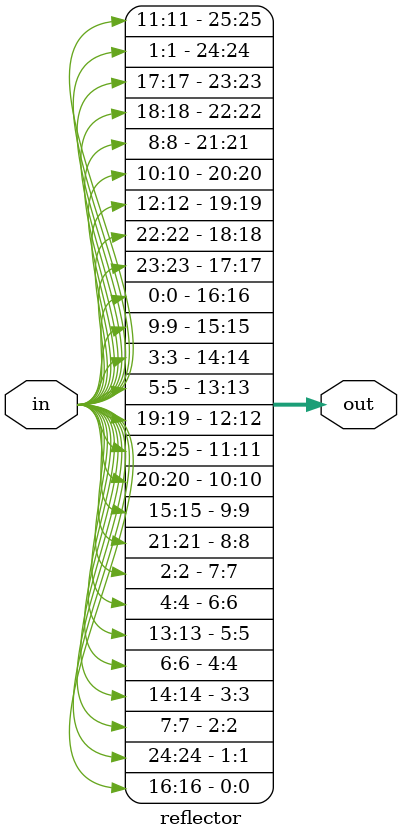
<source format=v>
module reflector(in, out);

    input [25:0] in;
    output [25:0] out;

            // A            Q
            assign out[0] = in[16];
            // B            Y
            assign out[1] = in[24];
            // C            H
            assign out[2] = in[7];
            // D            O
            assign out[3] = in[14];
            // E            G
            assign out[4] = in[6];
            // F            N
            assign out[5] = in[13];
            // G            E
            assign out[6] = in[4];
            // H            C
            assign out[7] = in[2];
            // I            V
            assign out[8] = in[21];
            // J            P
            assign out[9] = in[15];
            // K            U
            assign out[10] = in[20];
            // L            Z
            assign out[11] = in[25];
            // M            T
            assign out[12] = in[19];
            // N            F
            assign out[13] = in[5];
            // O            D
            assign out[14] = in[3];
            // P            J
            assign out[15] = in[9];
            // Q            A
            assign out[16] = in[0];
            // R            X
            assign out[17] = in[23];
            // S            W
            assign out[18] = in[22];
            // T            M
            assign out[19] = in[12];
            // U            K
            assign out[20] = in[10];
            // V            I
            assign out[21] = in[8];
            // W            S
            assign out[22] = in[18];
            // X            R
            assign out[23] = in[17];
            // Y            B
            assign out[24] = in[1];
            // Z            L
            assign out[25] = in[11];
endmodule
</source>
